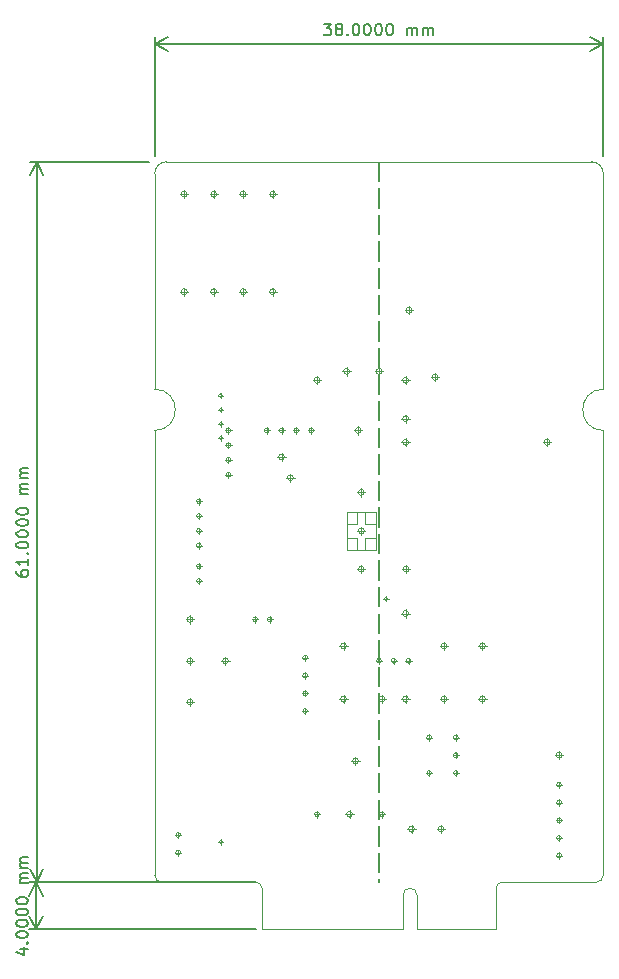
<source format=gbr>
%TF.GenerationSoftware,KiCad,Pcbnew,7.0.6*%
%TF.CreationDate,2023-08-17T07:35:17+09:30*%
%TF.ProjectId,spe-sink,7370652d-7369-46e6-9b2e-6b696361645f,V1.0*%
%TF.SameCoordinates,Original*%
%TF.FileFunction,OtherDrawing,Comment*%
%FSLAX46Y46*%
G04 Gerber Fmt 4.6, Leading zero omitted, Abs format (unit mm)*
G04 Created by KiCad (PCBNEW 7.0.6) date 2023-08-17 07:35:17*
%MOMM*%
%LPD*%
G01*
G04 APERTURE LIST*
%ADD10C,0.150000*%
%ADD11C,0.050000*%
%ADD12C,0.025000*%
%ADD13C,0.050800*%
G04 APERTURE END LIST*
D10*
X119000000Y-39000000D02*
X119000000Y-40650000D01*
X119000000Y-41250000D02*
X119000000Y-42900000D01*
X119000000Y-43500000D02*
X119000000Y-45150000D01*
X119000000Y-45750000D02*
X119000000Y-47400000D01*
X119000000Y-48000000D02*
X119000000Y-49650000D01*
X119000000Y-50250000D02*
X119000000Y-51900000D01*
X119000000Y-52500000D02*
X119000000Y-54150000D01*
X119000000Y-54750000D02*
X119000000Y-56400000D01*
X119000000Y-57000000D02*
X119000000Y-58650000D01*
X119000000Y-59250000D02*
X119000000Y-60900000D01*
X119000000Y-61500000D02*
X119000000Y-63150000D01*
X119000000Y-63750000D02*
X119000000Y-65400000D01*
X119000000Y-66000000D02*
X119000000Y-67650000D01*
X119000000Y-68250000D02*
X119000000Y-69900000D01*
X119000000Y-70500000D02*
X119000000Y-72150000D01*
X119000000Y-72750000D02*
X119000000Y-74400000D01*
X119000000Y-75000000D02*
X119000000Y-76650000D01*
X119000000Y-77250000D02*
X119000000Y-78900000D01*
X119000000Y-79500000D02*
X119000000Y-81150000D01*
X119000000Y-81750000D02*
X119000000Y-83400000D01*
X119000000Y-84000000D02*
X119000000Y-85650000D01*
X119000000Y-86250000D02*
X119000000Y-87900000D01*
X119000000Y-88500000D02*
X119000000Y-90150000D01*
X119000000Y-90750000D02*
X119000000Y-92400000D01*
X119000000Y-93000000D02*
X119000000Y-94650000D01*
X119000000Y-95250000D02*
X119000000Y-96900000D01*
X119000000Y-97500000D02*
X119000000Y-99150000D01*
X119000000Y-99750000D02*
X119000000Y-100000000D01*
X88613387Y-105666666D02*
X89280054Y-105666666D01*
X88232435Y-105904761D02*
X88946720Y-106142856D01*
X88946720Y-106142856D02*
X88946720Y-105523809D01*
X89184815Y-105142856D02*
X89232435Y-105095237D01*
X89232435Y-105095237D02*
X89280054Y-105142856D01*
X89280054Y-105142856D02*
X89232435Y-105190475D01*
X89232435Y-105190475D02*
X89184815Y-105142856D01*
X89184815Y-105142856D02*
X89280054Y-105142856D01*
X88280054Y-104476190D02*
X88280054Y-104380952D01*
X88280054Y-104380952D02*
X88327673Y-104285714D01*
X88327673Y-104285714D02*
X88375292Y-104238095D01*
X88375292Y-104238095D02*
X88470530Y-104190476D01*
X88470530Y-104190476D02*
X88661006Y-104142857D01*
X88661006Y-104142857D02*
X88899101Y-104142857D01*
X88899101Y-104142857D02*
X89089577Y-104190476D01*
X89089577Y-104190476D02*
X89184815Y-104238095D01*
X89184815Y-104238095D02*
X89232435Y-104285714D01*
X89232435Y-104285714D02*
X89280054Y-104380952D01*
X89280054Y-104380952D02*
X89280054Y-104476190D01*
X89280054Y-104476190D02*
X89232435Y-104571428D01*
X89232435Y-104571428D02*
X89184815Y-104619047D01*
X89184815Y-104619047D02*
X89089577Y-104666666D01*
X89089577Y-104666666D02*
X88899101Y-104714285D01*
X88899101Y-104714285D02*
X88661006Y-104714285D01*
X88661006Y-104714285D02*
X88470530Y-104666666D01*
X88470530Y-104666666D02*
X88375292Y-104619047D01*
X88375292Y-104619047D02*
X88327673Y-104571428D01*
X88327673Y-104571428D02*
X88280054Y-104476190D01*
X88280054Y-103523809D02*
X88280054Y-103428571D01*
X88280054Y-103428571D02*
X88327673Y-103333333D01*
X88327673Y-103333333D02*
X88375292Y-103285714D01*
X88375292Y-103285714D02*
X88470530Y-103238095D01*
X88470530Y-103238095D02*
X88661006Y-103190476D01*
X88661006Y-103190476D02*
X88899101Y-103190476D01*
X88899101Y-103190476D02*
X89089577Y-103238095D01*
X89089577Y-103238095D02*
X89184815Y-103285714D01*
X89184815Y-103285714D02*
X89232435Y-103333333D01*
X89232435Y-103333333D02*
X89280054Y-103428571D01*
X89280054Y-103428571D02*
X89280054Y-103523809D01*
X89280054Y-103523809D02*
X89232435Y-103619047D01*
X89232435Y-103619047D02*
X89184815Y-103666666D01*
X89184815Y-103666666D02*
X89089577Y-103714285D01*
X89089577Y-103714285D02*
X88899101Y-103761904D01*
X88899101Y-103761904D02*
X88661006Y-103761904D01*
X88661006Y-103761904D02*
X88470530Y-103714285D01*
X88470530Y-103714285D02*
X88375292Y-103666666D01*
X88375292Y-103666666D02*
X88327673Y-103619047D01*
X88327673Y-103619047D02*
X88280054Y-103523809D01*
X88280054Y-102571428D02*
X88280054Y-102476190D01*
X88280054Y-102476190D02*
X88327673Y-102380952D01*
X88327673Y-102380952D02*
X88375292Y-102333333D01*
X88375292Y-102333333D02*
X88470530Y-102285714D01*
X88470530Y-102285714D02*
X88661006Y-102238095D01*
X88661006Y-102238095D02*
X88899101Y-102238095D01*
X88899101Y-102238095D02*
X89089577Y-102285714D01*
X89089577Y-102285714D02*
X89184815Y-102333333D01*
X89184815Y-102333333D02*
X89232435Y-102380952D01*
X89232435Y-102380952D02*
X89280054Y-102476190D01*
X89280054Y-102476190D02*
X89280054Y-102571428D01*
X89280054Y-102571428D02*
X89232435Y-102666666D01*
X89232435Y-102666666D02*
X89184815Y-102714285D01*
X89184815Y-102714285D02*
X89089577Y-102761904D01*
X89089577Y-102761904D02*
X88899101Y-102809523D01*
X88899101Y-102809523D02*
X88661006Y-102809523D01*
X88661006Y-102809523D02*
X88470530Y-102761904D01*
X88470530Y-102761904D02*
X88375292Y-102714285D01*
X88375292Y-102714285D02*
X88327673Y-102666666D01*
X88327673Y-102666666D02*
X88280054Y-102571428D01*
X88280054Y-101619047D02*
X88280054Y-101523809D01*
X88280054Y-101523809D02*
X88327673Y-101428571D01*
X88327673Y-101428571D02*
X88375292Y-101380952D01*
X88375292Y-101380952D02*
X88470530Y-101333333D01*
X88470530Y-101333333D02*
X88661006Y-101285714D01*
X88661006Y-101285714D02*
X88899101Y-101285714D01*
X88899101Y-101285714D02*
X89089577Y-101333333D01*
X89089577Y-101333333D02*
X89184815Y-101380952D01*
X89184815Y-101380952D02*
X89232435Y-101428571D01*
X89232435Y-101428571D02*
X89280054Y-101523809D01*
X89280054Y-101523809D02*
X89280054Y-101619047D01*
X89280054Y-101619047D02*
X89232435Y-101714285D01*
X89232435Y-101714285D02*
X89184815Y-101761904D01*
X89184815Y-101761904D02*
X89089577Y-101809523D01*
X89089577Y-101809523D02*
X88899101Y-101857142D01*
X88899101Y-101857142D02*
X88661006Y-101857142D01*
X88661006Y-101857142D02*
X88470530Y-101809523D01*
X88470530Y-101809523D02*
X88375292Y-101761904D01*
X88375292Y-101761904D02*
X88327673Y-101714285D01*
X88327673Y-101714285D02*
X88280054Y-101619047D01*
X89280054Y-100095237D02*
X88613387Y-100095237D01*
X88708625Y-100095237D02*
X88661006Y-100047618D01*
X88661006Y-100047618D02*
X88613387Y-99952380D01*
X88613387Y-99952380D02*
X88613387Y-99809523D01*
X88613387Y-99809523D02*
X88661006Y-99714285D01*
X88661006Y-99714285D02*
X88756244Y-99666666D01*
X88756244Y-99666666D02*
X89280054Y-99666666D01*
X88756244Y-99666666D02*
X88661006Y-99619047D01*
X88661006Y-99619047D02*
X88613387Y-99523809D01*
X88613387Y-99523809D02*
X88613387Y-99380952D01*
X88613387Y-99380952D02*
X88661006Y-99285713D01*
X88661006Y-99285713D02*
X88756244Y-99238094D01*
X88756244Y-99238094D02*
X89280054Y-99238094D01*
X89280054Y-98761904D02*
X88613387Y-98761904D01*
X88708625Y-98761904D02*
X88661006Y-98714285D01*
X88661006Y-98714285D02*
X88613387Y-98619047D01*
X88613387Y-98619047D02*
X88613387Y-98476190D01*
X88613387Y-98476190D02*
X88661006Y-98380952D01*
X88661006Y-98380952D02*
X88756244Y-98333333D01*
X88756244Y-98333333D02*
X89280054Y-98333333D01*
X88756244Y-98333333D02*
X88661006Y-98285714D01*
X88661006Y-98285714D02*
X88613387Y-98190476D01*
X88613387Y-98190476D02*
X88613387Y-98047619D01*
X88613387Y-98047619D02*
X88661006Y-97952380D01*
X88661006Y-97952380D02*
X88756244Y-97904761D01*
X88756244Y-97904761D02*
X89280054Y-97904761D01*
X108575000Y-104000000D02*
X89388815Y-104000000D01*
X108575000Y-100000000D02*
X89388815Y-100000000D01*
X89975235Y-104000000D02*
X89975235Y-100000000D01*
X89975235Y-104000000D02*
X89975235Y-100000000D01*
X89975235Y-104000000D02*
X89388814Y-102873496D01*
X89975235Y-104000000D02*
X90561656Y-102873496D01*
X89975235Y-100000000D02*
X90561656Y-101126504D01*
X89975235Y-100000000D02*
X89388814Y-101126504D01*
X88304819Y-73642856D02*
X88304819Y-73833332D01*
X88304819Y-73833332D02*
X88352438Y-73928570D01*
X88352438Y-73928570D02*
X88400057Y-73976189D01*
X88400057Y-73976189D02*
X88542914Y-74071427D01*
X88542914Y-74071427D02*
X88733390Y-74119046D01*
X88733390Y-74119046D02*
X89114342Y-74119046D01*
X89114342Y-74119046D02*
X89209580Y-74071427D01*
X89209580Y-74071427D02*
X89257200Y-74023808D01*
X89257200Y-74023808D02*
X89304819Y-73928570D01*
X89304819Y-73928570D02*
X89304819Y-73738094D01*
X89304819Y-73738094D02*
X89257200Y-73642856D01*
X89257200Y-73642856D02*
X89209580Y-73595237D01*
X89209580Y-73595237D02*
X89114342Y-73547618D01*
X89114342Y-73547618D02*
X88876247Y-73547618D01*
X88876247Y-73547618D02*
X88781009Y-73595237D01*
X88781009Y-73595237D02*
X88733390Y-73642856D01*
X88733390Y-73642856D02*
X88685771Y-73738094D01*
X88685771Y-73738094D02*
X88685771Y-73928570D01*
X88685771Y-73928570D02*
X88733390Y-74023808D01*
X88733390Y-74023808D02*
X88781009Y-74071427D01*
X88781009Y-74071427D02*
X88876247Y-74119046D01*
X89304819Y-72595237D02*
X89304819Y-73166665D01*
X89304819Y-72880951D02*
X88304819Y-72880951D01*
X88304819Y-72880951D02*
X88447676Y-72976189D01*
X88447676Y-72976189D02*
X88542914Y-73071427D01*
X88542914Y-73071427D02*
X88590533Y-73166665D01*
X89209580Y-72166665D02*
X89257200Y-72119046D01*
X89257200Y-72119046D02*
X89304819Y-72166665D01*
X89304819Y-72166665D02*
X89257200Y-72214284D01*
X89257200Y-72214284D02*
X89209580Y-72166665D01*
X89209580Y-72166665D02*
X89304819Y-72166665D01*
X88304819Y-71499999D02*
X88304819Y-71404761D01*
X88304819Y-71404761D02*
X88352438Y-71309523D01*
X88352438Y-71309523D02*
X88400057Y-71261904D01*
X88400057Y-71261904D02*
X88495295Y-71214285D01*
X88495295Y-71214285D02*
X88685771Y-71166666D01*
X88685771Y-71166666D02*
X88923866Y-71166666D01*
X88923866Y-71166666D02*
X89114342Y-71214285D01*
X89114342Y-71214285D02*
X89209580Y-71261904D01*
X89209580Y-71261904D02*
X89257200Y-71309523D01*
X89257200Y-71309523D02*
X89304819Y-71404761D01*
X89304819Y-71404761D02*
X89304819Y-71499999D01*
X89304819Y-71499999D02*
X89257200Y-71595237D01*
X89257200Y-71595237D02*
X89209580Y-71642856D01*
X89209580Y-71642856D02*
X89114342Y-71690475D01*
X89114342Y-71690475D02*
X88923866Y-71738094D01*
X88923866Y-71738094D02*
X88685771Y-71738094D01*
X88685771Y-71738094D02*
X88495295Y-71690475D01*
X88495295Y-71690475D02*
X88400057Y-71642856D01*
X88400057Y-71642856D02*
X88352438Y-71595237D01*
X88352438Y-71595237D02*
X88304819Y-71499999D01*
X88304819Y-70547618D02*
X88304819Y-70452380D01*
X88304819Y-70452380D02*
X88352438Y-70357142D01*
X88352438Y-70357142D02*
X88400057Y-70309523D01*
X88400057Y-70309523D02*
X88495295Y-70261904D01*
X88495295Y-70261904D02*
X88685771Y-70214285D01*
X88685771Y-70214285D02*
X88923866Y-70214285D01*
X88923866Y-70214285D02*
X89114342Y-70261904D01*
X89114342Y-70261904D02*
X89209580Y-70309523D01*
X89209580Y-70309523D02*
X89257200Y-70357142D01*
X89257200Y-70357142D02*
X89304819Y-70452380D01*
X89304819Y-70452380D02*
X89304819Y-70547618D01*
X89304819Y-70547618D02*
X89257200Y-70642856D01*
X89257200Y-70642856D02*
X89209580Y-70690475D01*
X89209580Y-70690475D02*
X89114342Y-70738094D01*
X89114342Y-70738094D02*
X88923866Y-70785713D01*
X88923866Y-70785713D02*
X88685771Y-70785713D01*
X88685771Y-70785713D02*
X88495295Y-70738094D01*
X88495295Y-70738094D02*
X88400057Y-70690475D01*
X88400057Y-70690475D02*
X88352438Y-70642856D01*
X88352438Y-70642856D02*
X88304819Y-70547618D01*
X88304819Y-69595237D02*
X88304819Y-69499999D01*
X88304819Y-69499999D02*
X88352438Y-69404761D01*
X88352438Y-69404761D02*
X88400057Y-69357142D01*
X88400057Y-69357142D02*
X88495295Y-69309523D01*
X88495295Y-69309523D02*
X88685771Y-69261904D01*
X88685771Y-69261904D02*
X88923866Y-69261904D01*
X88923866Y-69261904D02*
X89114342Y-69309523D01*
X89114342Y-69309523D02*
X89209580Y-69357142D01*
X89209580Y-69357142D02*
X89257200Y-69404761D01*
X89257200Y-69404761D02*
X89304819Y-69499999D01*
X89304819Y-69499999D02*
X89304819Y-69595237D01*
X89304819Y-69595237D02*
X89257200Y-69690475D01*
X89257200Y-69690475D02*
X89209580Y-69738094D01*
X89209580Y-69738094D02*
X89114342Y-69785713D01*
X89114342Y-69785713D02*
X88923866Y-69833332D01*
X88923866Y-69833332D02*
X88685771Y-69833332D01*
X88685771Y-69833332D02*
X88495295Y-69785713D01*
X88495295Y-69785713D02*
X88400057Y-69738094D01*
X88400057Y-69738094D02*
X88352438Y-69690475D01*
X88352438Y-69690475D02*
X88304819Y-69595237D01*
X88304819Y-68642856D02*
X88304819Y-68547618D01*
X88304819Y-68547618D02*
X88352438Y-68452380D01*
X88352438Y-68452380D02*
X88400057Y-68404761D01*
X88400057Y-68404761D02*
X88495295Y-68357142D01*
X88495295Y-68357142D02*
X88685771Y-68309523D01*
X88685771Y-68309523D02*
X88923866Y-68309523D01*
X88923866Y-68309523D02*
X89114342Y-68357142D01*
X89114342Y-68357142D02*
X89209580Y-68404761D01*
X89209580Y-68404761D02*
X89257200Y-68452380D01*
X89257200Y-68452380D02*
X89304819Y-68547618D01*
X89304819Y-68547618D02*
X89304819Y-68642856D01*
X89304819Y-68642856D02*
X89257200Y-68738094D01*
X89257200Y-68738094D02*
X89209580Y-68785713D01*
X89209580Y-68785713D02*
X89114342Y-68833332D01*
X89114342Y-68833332D02*
X88923866Y-68880951D01*
X88923866Y-68880951D02*
X88685771Y-68880951D01*
X88685771Y-68880951D02*
X88495295Y-68833332D01*
X88495295Y-68833332D02*
X88400057Y-68785713D01*
X88400057Y-68785713D02*
X88352438Y-68738094D01*
X88352438Y-68738094D02*
X88304819Y-68642856D01*
X89304819Y-67119046D02*
X88638152Y-67119046D01*
X88733390Y-67119046D02*
X88685771Y-67071427D01*
X88685771Y-67071427D02*
X88638152Y-66976189D01*
X88638152Y-66976189D02*
X88638152Y-66833332D01*
X88638152Y-66833332D02*
X88685771Y-66738094D01*
X88685771Y-66738094D02*
X88781009Y-66690475D01*
X88781009Y-66690475D02*
X89304819Y-66690475D01*
X88781009Y-66690475D02*
X88685771Y-66642856D01*
X88685771Y-66642856D02*
X88638152Y-66547618D01*
X88638152Y-66547618D02*
X88638152Y-66404761D01*
X88638152Y-66404761D02*
X88685771Y-66309522D01*
X88685771Y-66309522D02*
X88781009Y-66261903D01*
X88781009Y-66261903D02*
X89304819Y-66261903D01*
X89304819Y-65785713D02*
X88638152Y-65785713D01*
X88733390Y-65785713D02*
X88685771Y-65738094D01*
X88685771Y-65738094D02*
X88638152Y-65642856D01*
X88638152Y-65642856D02*
X88638152Y-65499999D01*
X88638152Y-65499999D02*
X88685771Y-65404761D01*
X88685771Y-65404761D02*
X88781009Y-65357142D01*
X88781009Y-65357142D02*
X89304819Y-65357142D01*
X88781009Y-65357142D02*
X88685771Y-65309523D01*
X88685771Y-65309523D02*
X88638152Y-65214285D01*
X88638152Y-65214285D02*
X88638152Y-65071428D01*
X88638152Y-65071428D02*
X88685771Y-64976189D01*
X88685771Y-64976189D02*
X88781009Y-64928570D01*
X88781009Y-64928570D02*
X89304819Y-64928570D01*
X99500000Y-39000000D02*
X89413580Y-39000000D01*
X99500000Y-100000000D02*
X89413580Y-100000000D01*
X90000000Y-39000000D02*
X90000000Y-100000000D01*
X90000000Y-39000000D02*
X90000000Y-100000000D01*
X90000000Y-39000000D02*
X90586421Y-40126504D01*
X90000000Y-39000000D02*
X89413579Y-40126504D01*
X90000000Y-100000000D02*
X89413579Y-98873496D01*
X90000000Y-100000000D02*
X90586421Y-98873496D01*
X114333334Y-27304819D02*
X114952381Y-27304819D01*
X114952381Y-27304819D02*
X114619048Y-27685771D01*
X114619048Y-27685771D02*
X114761905Y-27685771D01*
X114761905Y-27685771D02*
X114857143Y-27733390D01*
X114857143Y-27733390D02*
X114904762Y-27781009D01*
X114904762Y-27781009D02*
X114952381Y-27876247D01*
X114952381Y-27876247D02*
X114952381Y-28114342D01*
X114952381Y-28114342D02*
X114904762Y-28209580D01*
X114904762Y-28209580D02*
X114857143Y-28257200D01*
X114857143Y-28257200D02*
X114761905Y-28304819D01*
X114761905Y-28304819D02*
X114476191Y-28304819D01*
X114476191Y-28304819D02*
X114380953Y-28257200D01*
X114380953Y-28257200D02*
X114333334Y-28209580D01*
X115523810Y-27733390D02*
X115428572Y-27685771D01*
X115428572Y-27685771D02*
X115380953Y-27638152D01*
X115380953Y-27638152D02*
X115333334Y-27542914D01*
X115333334Y-27542914D02*
X115333334Y-27495295D01*
X115333334Y-27495295D02*
X115380953Y-27400057D01*
X115380953Y-27400057D02*
X115428572Y-27352438D01*
X115428572Y-27352438D02*
X115523810Y-27304819D01*
X115523810Y-27304819D02*
X115714286Y-27304819D01*
X115714286Y-27304819D02*
X115809524Y-27352438D01*
X115809524Y-27352438D02*
X115857143Y-27400057D01*
X115857143Y-27400057D02*
X115904762Y-27495295D01*
X115904762Y-27495295D02*
X115904762Y-27542914D01*
X115904762Y-27542914D02*
X115857143Y-27638152D01*
X115857143Y-27638152D02*
X115809524Y-27685771D01*
X115809524Y-27685771D02*
X115714286Y-27733390D01*
X115714286Y-27733390D02*
X115523810Y-27733390D01*
X115523810Y-27733390D02*
X115428572Y-27781009D01*
X115428572Y-27781009D02*
X115380953Y-27828628D01*
X115380953Y-27828628D02*
X115333334Y-27923866D01*
X115333334Y-27923866D02*
X115333334Y-28114342D01*
X115333334Y-28114342D02*
X115380953Y-28209580D01*
X115380953Y-28209580D02*
X115428572Y-28257200D01*
X115428572Y-28257200D02*
X115523810Y-28304819D01*
X115523810Y-28304819D02*
X115714286Y-28304819D01*
X115714286Y-28304819D02*
X115809524Y-28257200D01*
X115809524Y-28257200D02*
X115857143Y-28209580D01*
X115857143Y-28209580D02*
X115904762Y-28114342D01*
X115904762Y-28114342D02*
X115904762Y-27923866D01*
X115904762Y-27923866D02*
X115857143Y-27828628D01*
X115857143Y-27828628D02*
X115809524Y-27781009D01*
X115809524Y-27781009D02*
X115714286Y-27733390D01*
X116333334Y-28209580D02*
X116380953Y-28257200D01*
X116380953Y-28257200D02*
X116333334Y-28304819D01*
X116333334Y-28304819D02*
X116285715Y-28257200D01*
X116285715Y-28257200D02*
X116333334Y-28209580D01*
X116333334Y-28209580D02*
X116333334Y-28304819D01*
X117000000Y-27304819D02*
X117095238Y-27304819D01*
X117095238Y-27304819D02*
X117190476Y-27352438D01*
X117190476Y-27352438D02*
X117238095Y-27400057D01*
X117238095Y-27400057D02*
X117285714Y-27495295D01*
X117285714Y-27495295D02*
X117333333Y-27685771D01*
X117333333Y-27685771D02*
X117333333Y-27923866D01*
X117333333Y-27923866D02*
X117285714Y-28114342D01*
X117285714Y-28114342D02*
X117238095Y-28209580D01*
X117238095Y-28209580D02*
X117190476Y-28257200D01*
X117190476Y-28257200D02*
X117095238Y-28304819D01*
X117095238Y-28304819D02*
X117000000Y-28304819D01*
X117000000Y-28304819D02*
X116904762Y-28257200D01*
X116904762Y-28257200D02*
X116857143Y-28209580D01*
X116857143Y-28209580D02*
X116809524Y-28114342D01*
X116809524Y-28114342D02*
X116761905Y-27923866D01*
X116761905Y-27923866D02*
X116761905Y-27685771D01*
X116761905Y-27685771D02*
X116809524Y-27495295D01*
X116809524Y-27495295D02*
X116857143Y-27400057D01*
X116857143Y-27400057D02*
X116904762Y-27352438D01*
X116904762Y-27352438D02*
X117000000Y-27304819D01*
X117952381Y-27304819D02*
X118047619Y-27304819D01*
X118047619Y-27304819D02*
X118142857Y-27352438D01*
X118142857Y-27352438D02*
X118190476Y-27400057D01*
X118190476Y-27400057D02*
X118238095Y-27495295D01*
X118238095Y-27495295D02*
X118285714Y-27685771D01*
X118285714Y-27685771D02*
X118285714Y-27923866D01*
X118285714Y-27923866D02*
X118238095Y-28114342D01*
X118238095Y-28114342D02*
X118190476Y-28209580D01*
X118190476Y-28209580D02*
X118142857Y-28257200D01*
X118142857Y-28257200D02*
X118047619Y-28304819D01*
X118047619Y-28304819D02*
X117952381Y-28304819D01*
X117952381Y-28304819D02*
X117857143Y-28257200D01*
X117857143Y-28257200D02*
X117809524Y-28209580D01*
X117809524Y-28209580D02*
X117761905Y-28114342D01*
X117761905Y-28114342D02*
X117714286Y-27923866D01*
X117714286Y-27923866D02*
X117714286Y-27685771D01*
X117714286Y-27685771D02*
X117761905Y-27495295D01*
X117761905Y-27495295D02*
X117809524Y-27400057D01*
X117809524Y-27400057D02*
X117857143Y-27352438D01*
X117857143Y-27352438D02*
X117952381Y-27304819D01*
X118904762Y-27304819D02*
X119000000Y-27304819D01*
X119000000Y-27304819D02*
X119095238Y-27352438D01*
X119095238Y-27352438D02*
X119142857Y-27400057D01*
X119142857Y-27400057D02*
X119190476Y-27495295D01*
X119190476Y-27495295D02*
X119238095Y-27685771D01*
X119238095Y-27685771D02*
X119238095Y-27923866D01*
X119238095Y-27923866D02*
X119190476Y-28114342D01*
X119190476Y-28114342D02*
X119142857Y-28209580D01*
X119142857Y-28209580D02*
X119095238Y-28257200D01*
X119095238Y-28257200D02*
X119000000Y-28304819D01*
X119000000Y-28304819D02*
X118904762Y-28304819D01*
X118904762Y-28304819D02*
X118809524Y-28257200D01*
X118809524Y-28257200D02*
X118761905Y-28209580D01*
X118761905Y-28209580D02*
X118714286Y-28114342D01*
X118714286Y-28114342D02*
X118666667Y-27923866D01*
X118666667Y-27923866D02*
X118666667Y-27685771D01*
X118666667Y-27685771D02*
X118714286Y-27495295D01*
X118714286Y-27495295D02*
X118761905Y-27400057D01*
X118761905Y-27400057D02*
X118809524Y-27352438D01*
X118809524Y-27352438D02*
X118904762Y-27304819D01*
X119857143Y-27304819D02*
X119952381Y-27304819D01*
X119952381Y-27304819D02*
X120047619Y-27352438D01*
X120047619Y-27352438D02*
X120095238Y-27400057D01*
X120095238Y-27400057D02*
X120142857Y-27495295D01*
X120142857Y-27495295D02*
X120190476Y-27685771D01*
X120190476Y-27685771D02*
X120190476Y-27923866D01*
X120190476Y-27923866D02*
X120142857Y-28114342D01*
X120142857Y-28114342D02*
X120095238Y-28209580D01*
X120095238Y-28209580D02*
X120047619Y-28257200D01*
X120047619Y-28257200D02*
X119952381Y-28304819D01*
X119952381Y-28304819D02*
X119857143Y-28304819D01*
X119857143Y-28304819D02*
X119761905Y-28257200D01*
X119761905Y-28257200D02*
X119714286Y-28209580D01*
X119714286Y-28209580D02*
X119666667Y-28114342D01*
X119666667Y-28114342D02*
X119619048Y-27923866D01*
X119619048Y-27923866D02*
X119619048Y-27685771D01*
X119619048Y-27685771D02*
X119666667Y-27495295D01*
X119666667Y-27495295D02*
X119714286Y-27400057D01*
X119714286Y-27400057D02*
X119761905Y-27352438D01*
X119761905Y-27352438D02*
X119857143Y-27304819D01*
X121380953Y-28304819D02*
X121380953Y-27638152D01*
X121380953Y-27733390D02*
X121428572Y-27685771D01*
X121428572Y-27685771D02*
X121523810Y-27638152D01*
X121523810Y-27638152D02*
X121666667Y-27638152D01*
X121666667Y-27638152D02*
X121761905Y-27685771D01*
X121761905Y-27685771D02*
X121809524Y-27781009D01*
X121809524Y-27781009D02*
X121809524Y-28304819D01*
X121809524Y-27781009D02*
X121857143Y-27685771D01*
X121857143Y-27685771D02*
X121952381Y-27638152D01*
X121952381Y-27638152D02*
X122095238Y-27638152D01*
X122095238Y-27638152D02*
X122190477Y-27685771D01*
X122190477Y-27685771D02*
X122238096Y-27781009D01*
X122238096Y-27781009D02*
X122238096Y-28304819D01*
X122714286Y-28304819D02*
X122714286Y-27638152D01*
X122714286Y-27733390D02*
X122761905Y-27685771D01*
X122761905Y-27685771D02*
X122857143Y-27638152D01*
X122857143Y-27638152D02*
X123000000Y-27638152D01*
X123000000Y-27638152D02*
X123095238Y-27685771D01*
X123095238Y-27685771D02*
X123142857Y-27781009D01*
X123142857Y-27781009D02*
X123142857Y-28304819D01*
X123142857Y-27781009D02*
X123190476Y-27685771D01*
X123190476Y-27685771D02*
X123285714Y-27638152D01*
X123285714Y-27638152D02*
X123428571Y-27638152D01*
X123428571Y-27638152D02*
X123523810Y-27685771D01*
X123523810Y-27685771D02*
X123571429Y-27781009D01*
X123571429Y-27781009D02*
X123571429Y-28304819D01*
X100000000Y-38500000D02*
X100000000Y-28413580D01*
X138000000Y-38500000D02*
X138000000Y-28413580D01*
X100000000Y-29000000D02*
X138000000Y-29000000D01*
X100000000Y-29000000D02*
X138000000Y-29000000D01*
X100000000Y-29000000D02*
X101126504Y-28413579D01*
X100000000Y-29000000D02*
X101126504Y-29586421D01*
X138000000Y-29000000D02*
X136873496Y-29586421D01*
X138000000Y-29000000D02*
X136873496Y-28413579D01*
D11*
%TO.C,R26*%
X121600000Y-57500000D02*
X120900000Y-57500000D01*
X121250000Y-57850000D02*
X121250000Y-57150000D01*
X121500000Y-57500000D02*
G75*
G03*
X121500000Y-57500000I-250000J0D01*
G01*
%TO.C,R21*%
X105350000Y-50000000D02*
X104650000Y-50000000D01*
X105000000Y-50350000D02*
X105000000Y-49650000D01*
X105250000Y-50000000D02*
G75*
G03*
X105250000Y-50000000I-250000J0D01*
G01*
%TO.C,R16*%
X107850000Y-50000000D02*
X107150000Y-50000000D01*
X107500000Y-50350000D02*
X107500000Y-49650000D01*
X107750000Y-50000000D02*
G75*
G03*
X107750000Y-50000000I-250000J0D01*
G01*
%TO.C,Q1*%
X116000000Y-84850000D02*
X116000000Y-84150000D01*
X115650000Y-84500000D02*
X116350000Y-84500000D01*
X116250000Y-84500000D02*
G75*
G03*
X116250000Y-84500000I-250000J0D01*
G01*
%TO.C,R6*%
X112750000Y-85770000D02*
X112750000Y-85230000D01*
X112480000Y-85500000D02*
X113020000Y-85500000D01*
X112952500Y-85500000D02*
G75*
G03*
X112952500Y-85500000I-202500J0D01*
G01*
%TO.C,R30*%
X134250000Y-94480000D02*
X134250000Y-95020000D01*
X134520000Y-94750000D02*
X133980000Y-94750000D01*
X134452500Y-94750000D02*
G75*
G03*
X134452500Y-94750000I-202500J0D01*
G01*
%TO.C,R18*%
X112245000Y-61750000D02*
X111705000Y-61750000D01*
X111975000Y-62020000D02*
X111975000Y-61480000D01*
X112177500Y-61750000D02*
G75*
G03*
X112177500Y-61750000I-202500J0D01*
G01*
%TO.C,C7*%
X106250000Y-65770000D02*
X106250000Y-65230000D01*
X105980000Y-65500000D02*
X106520000Y-65500000D01*
X106452500Y-65500000D02*
G75*
G03*
X106452500Y-65500000I-202500J0D01*
G01*
%TO.C,R8*%
X119600000Y-84500000D02*
X118900000Y-84500000D01*
X119250000Y-84850000D02*
X119250000Y-84150000D01*
X119500000Y-84500000D02*
G75*
G03*
X119500000Y-84500000I-250000J0D01*
G01*
%TO.C,R14*%
X103750000Y-72980000D02*
X103750000Y-73520000D01*
X104020000Y-73250000D02*
X103480000Y-73250000D01*
X103952500Y-73250000D02*
G75*
G03*
X103952500Y-73250000I-202500J0D01*
G01*
%TO.C,U5*%
X116150000Y-94250000D02*
X116850000Y-94250000D01*
X116500000Y-93900000D02*
X116500000Y-94600000D01*
X116750000Y-94250000D02*
G75*
G03*
X116750000Y-94250000I-250000J0D01*
G01*
%TO.C,C6*%
X106250000Y-64520000D02*
X106250000Y-63980000D01*
X105980000Y-64250000D02*
X106520000Y-64250000D01*
X106452500Y-64250000D02*
G75*
G03*
X106452500Y-64250000I-202500J0D01*
G01*
%TO.C,C16*%
X103750000Y-69270000D02*
X103750000Y-68730000D01*
X103480000Y-69000000D02*
X104020000Y-69000000D01*
X103952500Y-69000000D02*
G75*
G03*
X103952500Y-69000000I-202500J0D01*
G01*
%TO.C,R23*%
X111500000Y-66100000D02*
X111500000Y-65400000D01*
X111150000Y-65750000D02*
X111850000Y-65750000D01*
X111750000Y-65750000D02*
G75*
G03*
X111750000Y-65750000I-250000J0D01*
G01*
%TO.C,C24*%
X121250000Y-61100000D02*
X121250000Y-60400000D01*
X120900000Y-60750000D02*
X121600000Y-60750000D01*
X121500000Y-60750000D02*
G75*
G03*
X121500000Y-60750000I-250000J0D01*
G01*
%TO.C,R3*%
X112750000Y-82770000D02*
X112750000Y-82230000D01*
X112480000Y-82500000D02*
X113020000Y-82500000D01*
X112952500Y-82500000D02*
G75*
G03*
X112952500Y-82500000I-202500J0D01*
G01*
%TO.C,R2*%
X120520000Y-81250000D02*
X119980000Y-81250000D01*
X120250000Y-81520000D02*
X120250000Y-80980000D01*
X120452500Y-81250000D02*
G75*
G03*
X120452500Y-81250000I-202500J0D01*
G01*
%TO.C,C12*%
X106250000Y-62020000D02*
X106250000Y-61480000D01*
X105980000Y-61750000D02*
X106520000Y-61750000D01*
X106452500Y-61750000D02*
G75*
G03*
X106452500Y-61750000I-202500J0D01*
G01*
%TO.C,C11*%
X117500000Y-66650000D02*
X117500000Y-67350000D01*
X117850000Y-67000000D02*
X117150000Y-67000000D01*
X117750000Y-67000000D02*
G75*
G03*
X117750000Y-67000000I-250000J0D01*
G01*
%TO.C,U2*%
X116000000Y-79650000D02*
X116000000Y-80350000D01*
X116350000Y-80000000D02*
X115650000Y-80000000D01*
X116250000Y-80000000D02*
G75*
G03*
X116250000Y-80000000I-250000J0D01*
G01*
%TO.C,R34*%
X125500000Y-91020000D02*
X125500000Y-90480000D01*
X125230000Y-90750000D02*
X125770000Y-90750000D01*
X125702500Y-90750000D02*
G75*
G03*
X125702500Y-90750000I-202500J0D01*
G01*
%TO.C,R7*%
X120900000Y-84500000D02*
X121600000Y-84500000D01*
X121250000Y-84150000D02*
X121250000Y-84850000D01*
X121500000Y-84500000D02*
G75*
G03*
X121500000Y-84500000I-250000J0D01*
G01*
%TO.C,C1*%
X127400000Y-80000000D02*
X128100000Y-80000000D01*
X127750000Y-79650000D02*
X127750000Y-80350000D01*
X128000000Y-80000000D02*
G75*
G03*
X128000000Y-80000000I-250000J0D01*
G01*
%TO.C,U6*%
X102650000Y-81250000D02*
X103350000Y-81250000D01*
X103000000Y-80900000D02*
X103000000Y-81600000D01*
X103250000Y-81250000D02*
G75*
G03*
X103250000Y-81250000I-250000J0D01*
G01*
%TO.C,R12*%
X102000000Y-95730000D02*
X102000000Y-96270000D01*
X102270000Y-96000000D02*
X101730000Y-96000000D01*
X102202500Y-96000000D02*
G75*
G03*
X102202500Y-96000000I-202500J0D01*
G01*
%TO.C,C14*%
X110020000Y-77750000D02*
X109480000Y-77750000D01*
X109750000Y-78020000D02*
X109750000Y-77480000D01*
X109952500Y-77750000D02*
G75*
G03*
X109952500Y-77750000I-202500J0D01*
G01*
%TO.C,J1*%
X121540000Y-51930000D02*
X121540000Y-51230000D01*
X121190000Y-51580000D02*
X121890000Y-51580000D01*
X121790000Y-51580000D02*
G75*
G03*
X121790000Y-51580000I-250000J0D01*
G01*
%TO.C,C4*%
X134250000Y-91480000D02*
X134250000Y-92020000D01*
X134520000Y-91750000D02*
X133980000Y-91750000D01*
X134452500Y-91750000D02*
G75*
G03*
X134452500Y-91750000I-202500J0D01*
G01*
%TO.C,C13*%
X106250000Y-63270000D02*
X106250000Y-62730000D01*
X105980000Y-63000000D02*
X106520000Y-63000000D01*
X106452500Y-63000000D02*
G75*
G03*
X106452500Y-63000000I-202500J0D01*
G01*
%TO.C,R27*%
X117000000Y-90100000D02*
X117000000Y-89400000D01*
X116650000Y-89750000D02*
X117350000Y-89750000D01*
X117250000Y-89750000D02*
G75*
G03*
X117250000Y-89750000I-250000J0D01*
G01*
%TO.C,C18*%
X103000000Y-84400000D02*
X103000000Y-85100000D01*
X103350000Y-84750000D02*
X102650000Y-84750000D01*
X103250000Y-84750000D02*
G75*
G03*
X103250000Y-84750000I-250000J0D01*
G01*
%TO.C,R4*%
X112750000Y-81270000D02*
X112750000Y-80730000D01*
X112480000Y-81000000D02*
X113020000Y-81000000D01*
X112952500Y-81000000D02*
G75*
G03*
X112952500Y-81000000I-202500J0D01*
G01*
%TO.C,C15*%
X108770000Y-77750000D02*
X108230000Y-77750000D01*
X108500000Y-78020000D02*
X108500000Y-77480000D01*
X108702500Y-77750000D02*
G75*
G03*
X108702500Y-77750000I-202500J0D01*
G01*
%TO.C,R20*%
X110750000Y-64350000D02*
X110750000Y-63650000D01*
X110400000Y-64000000D02*
X111100000Y-64000000D01*
X111000000Y-64000000D02*
G75*
G03*
X111000000Y-64000000I-250000J0D01*
G01*
%TO.C,C29*%
X118650000Y-56750000D02*
X119350000Y-56750000D01*
X119000000Y-56400000D02*
X119000000Y-57100000D01*
X119250000Y-56750000D02*
G75*
G03*
X119250000Y-56750000I-250000J0D01*
G01*
%TO.C,D7*%
X117250000Y-61400000D02*
X117250000Y-62100000D01*
X117600000Y-61750000D02*
X116900000Y-61750000D01*
X117500000Y-61750000D02*
G75*
G03*
X117500000Y-61750000I-250000J0D01*
G01*
%TO.C,R28*%
X109650000Y-50000000D02*
X110350000Y-50000000D01*
X110000000Y-49650000D02*
X110000000Y-50350000D01*
X110250000Y-50000000D02*
G75*
G03*
X110250000Y-50000000I-250000J0D01*
G01*
%TO.C,C32*%
X123250000Y-90480000D02*
X123250000Y-91020000D01*
X123520000Y-90750000D02*
X122980000Y-90750000D01*
X123452500Y-90750000D02*
G75*
G03*
X123452500Y-90750000I-202500J0D01*
G01*
%TO.C,R29*%
X114100000Y-57500000D02*
X113400000Y-57500000D01*
X113750000Y-57850000D02*
X113750000Y-57150000D01*
X114000000Y-57500000D02*
G75*
G03*
X114000000Y-57500000I-250000J0D01*
G01*
D12*
%TO.C,X1*%
X118750000Y-68650000D02*
X118750000Y-69650000D01*
X118750000Y-68650000D02*
X118750000Y-71850000D01*
X117850000Y-68650000D02*
X118750000Y-68650000D01*
X117150000Y-68650000D02*
X117150000Y-69650000D01*
X116250000Y-68650000D02*
X118750000Y-68650000D01*
X116250000Y-68650000D02*
X117150000Y-68650000D01*
X118750000Y-69650000D02*
X117850000Y-69650000D01*
X117850000Y-69650000D02*
X117850000Y-68650000D01*
X117150000Y-69650000D02*
X116250000Y-69650000D01*
X116250000Y-69650000D02*
X116250000Y-68650000D01*
D11*
X117500000Y-69900000D02*
X117500000Y-70600000D01*
X117850000Y-70250000D02*
X117150000Y-70250000D01*
D12*
X118750000Y-70850000D02*
X118750000Y-71850000D01*
X117850000Y-70850000D02*
X118750000Y-70850000D01*
X117150000Y-70850000D02*
X117150000Y-71850000D01*
X116250000Y-70850000D02*
X117150000Y-70850000D01*
X118750000Y-71850000D02*
X117850000Y-71850000D01*
X118750000Y-71850000D02*
X116250000Y-71850000D01*
X117850000Y-71850000D02*
X117850000Y-70850000D01*
X117150000Y-71850000D02*
X116250000Y-71850000D01*
X116250000Y-71850000D02*
X116250000Y-68650000D01*
X116250000Y-71850000D02*
X116250000Y-70850000D01*
D11*
X117750000Y-70250000D02*
G75*
G03*
X117750000Y-70250000I-250000J0D01*
G01*
%TO.C,R5*%
X112750000Y-83730000D02*
X112750000Y-84270000D01*
X113020000Y-84000000D02*
X112480000Y-84000000D01*
X112952500Y-84000000D02*
G75*
G03*
X112952500Y-84000000I-202500J0D01*
G01*
%TO.C,U1*%
X124500000Y-80350000D02*
X124500000Y-79650000D01*
X124150000Y-80000000D02*
X124850000Y-80000000D01*
X124750000Y-80000000D02*
G75*
G03*
X124750000Y-80000000I-250000J0D01*
G01*
%TO.C,R25*%
X111020000Y-61750000D02*
X110480000Y-61750000D01*
X110750000Y-62020000D02*
X110750000Y-61480000D01*
X110952500Y-61750000D02*
G75*
G03*
X110952500Y-61750000I-202500J0D01*
G01*
%TO.C,C17*%
X103750000Y-68020000D02*
X103750000Y-67480000D01*
X103480000Y-67750000D02*
X104020000Y-67750000D01*
X103952500Y-67750000D02*
G75*
G03*
X103952500Y-67750000I-202500J0D01*
G01*
%TO.C,C22*%
X121250000Y-63100000D02*
X121250000Y-62400000D01*
X120900000Y-62750000D02*
X121600000Y-62750000D01*
X121500000Y-62750000D02*
G75*
G03*
X121500000Y-62750000I-250000J0D01*
G01*
%TO.C,R32*%
X125500000Y-89520000D02*
X125500000Y-88980000D01*
X125230000Y-89250000D02*
X125770000Y-89250000D01*
X125702500Y-89250000D02*
G75*
G03*
X125702500Y-89250000I-202500J0D01*
G01*
%TO.C,C27*%
X134250000Y-97480000D02*
X134250000Y-98020000D01*
X134520000Y-97750000D02*
X133980000Y-97750000D01*
X134452500Y-97750000D02*
G75*
G03*
X134452500Y-97750000I-202500J0D01*
G01*
%TO.C,D5*%
X110350000Y-41750000D02*
X109650000Y-41750000D01*
X110000000Y-42100000D02*
X110000000Y-41400000D01*
X110250000Y-41750000D02*
G75*
G03*
X110250000Y-41750000I-250000J0D01*
G01*
%TO.C,R15*%
X121650000Y-73500000D02*
X120950000Y-73500000D01*
X121300000Y-73850000D02*
X121300000Y-73150000D01*
X121550000Y-73500000D02*
G75*
G03*
X121550000Y-73500000I-250000J0D01*
G01*
D13*
%TO.C,X2*%
X100000000Y-40000000D02*
X100000000Y-58250000D01*
X100000000Y-61750000D02*
X100000000Y-99400000D01*
X108600000Y-100000000D02*
X100599999Y-100000001D01*
X109075000Y-104000000D02*
X109075000Y-100500000D01*
X121025000Y-101100000D02*
X121025000Y-104000000D01*
X121025000Y-104000000D02*
X109075000Y-104000000D01*
X122225000Y-101100000D02*
X122225000Y-104000000D01*
X128925000Y-100500000D02*
X128925000Y-104000000D01*
X128925000Y-104000000D02*
X122225000Y-104000000D01*
X137000000Y-39000000D02*
X101000000Y-39000000D01*
X137400001Y-99999999D02*
X129400000Y-100000000D01*
D11*
X138000000Y-40000000D02*
X138000000Y-58250000D01*
X138000000Y-61750000D02*
X138000000Y-99400000D01*
X101000000Y-39000001D02*
G75*
G03*
X100000001Y-40000000I25000J-1024999D01*
G01*
D13*
X100000000Y-61750000D02*
G75*
G03*
X100000000Y-58250000I0J1750000D01*
G01*
X100000000Y-61750000D02*
G75*
G03*
X100000000Y-58250000I0J1750000D01*
G01*
D11*
X100000000Y-99400000D02*
G75*
G03*
X100599999Y-100000001I617325J17324D01*
G01*
D13*
X109074999Y-100500000D02*
G75*
G03*
X108600000Y-100000000I-516030J-14604D01*
G01*
X122225000Y-101100000D02*
G75*
G03*
X121025000Y-101100000I-600000J0D01*
G01*
X129400000Y-100000002D02*
G75*
G03*
X128925001Y-100500000I35520J-509368D01*
G01*
D11*
X137999999Y-40000000D02*
G75*
G03*
X137000000Y-39000001I-1024999J-25000D01*
G01*
D13*
X138000000Y-58250000D02*
G75*
G03*
X138000000Y-61750000I0J-1750000D01*
G01*
X138000000Y-58250000D02*
G75*
G03*
X138000000Y-61750000I0J-1750000D01*
G01*
D11*
X137400001Y-100000000D02*
G75*
G03*
X138000000Y-99400000I-17301J617300D01*
G01*
%TO.C,C31*%
X133900000Y-89250000D02*
X134600000Y-89250000D01*
X134250000Y-88900000D02*
X134250000Y-89600000D01*
X134500000Y-89250000D02*
G75*
G03*
X134500000Y-89250000I-250000J0D01*
G01*
%TO.C,C23*%
X133225000Y-62400000D02*
X133225000Y-63100000D01*
X133575000Y-62750000D02*
X132875000Y-62750000D01*
X133475000Y-62750000D02*
G75*
G03*
X133475000Y-62750000I-250000J0D01*
G01*
%TO.C,C2*%
X121600000Y-77250000D02*
X120900000Y-77250000D01*
X121250000Y-77600000D02*
X121250000Y-76900000D01*
X121500000Y-77250000D02*
G75*
G03*
X121500000Y-77250000I-250000J0D01*
G01*
%TO.C,C25*%
X123400000Y-57250000D02*
X124100000Y-57250000D01*
X123750000Y-56900000D02*
X123750000Y-57600000D01*
X124000000Y-57250000D02*
G75*
G03*
X124000000Y-57250000I-250000J0D01*
G01*
%TO.C,D2*%
X102850000Y-41750000D02*
X102150000Y-41750000D01*
X102500000Y-42100000D02*
X102500000Y-41400000D01*
X102750000Y-41750000D02*
G75*
G03*
X102750000Y-41750000I-250000J0D01*
G01*
%TO.C,D3*%
X105350000Y-41750000D02*
X104650000Y-41750000D01*
X105000000Y-42100000D02*
X105000000Y-41400000D01*
X105250000Y-41750000D02*
G75*
G03*
X105250000Y-41750000I-250000J0D01*
G01*
%TO.C,C30*%
X116600000Y-56750000D02*
X115900000Y-56750000D01*
X116250000Y-57100000D02*
X116250000Y-56400000D01*
X116500000Y-56750000D02*
G75*
G03*
X116500000Y-56750000I-250000J0D01*
G01*
%TO.C,C28*%
X119520000Y-94250000D02*
X118980000Y-94250000D01*
X119250000Y-94520000D02*
X119250000Y-93980000D01*
X119452500Y-94250000D02*
G75*
G03*
X119452500Y-94250000I-202500J0D01*
G01*
%TO.C,R36*%
X123250000Y-88020000D02*
X123250000Y-87480000D01*
X122980000Y-87750000D02*
X123520000Y-87750000D01*
X123452500Y-87750000D02*
G75*
G03*
X123452500Y-87750000I-202500J0D01*
G01*
%TO.C,R35*%
X125500000Y-88020000D02*
X125500000Y-87480000D01*
X125230000Y-87750000D02*
X125770000Y-87750000D01*
X125702500Y-87750000D02*
G75*
G03*
X125702500Y-87750000I-202500J0D01*
G01*
%TO.C,R10*%
X103750000Y-74230000D02*
X103750000Y-74770000D01*
X104020000Y-74500000D02*
X103480000Y-74500000D01*
X103952500Y-74500000D02*
G75*
G03*
X103952500Y-74500000I-202500J0D01*
G01*
%TO.C,U3*%
X124500000Y-84850000D02*
X124500000Y-84150000D01*
X124150000Y-84500000D02*
X124850000Y-84500000D01*
X124750000Y-84500000D02*
G75*
G03*
X124750000Y-84500000I-250000J0D01*
G01*
%TO.C,C8*%
X103750000Y-71770000D02*
X103750000Y-71230000D01*
X103480000Y-71500000D02*
X104020000Y-71500000D01*
X103952500Y-71500000D02*
G75*
G03*
X103952500Y-71500000I-202500J0D01*
G01*
%TO.C,C3*%
X119270000Y-81250000D02*
X118730000Y-81250000D01*
X119000000Y-81520000D02*
X119000000Y-80980000D01*
X119202500Y-81250000D02*
G75*
G03*
X119202500Y-81250000I-202500J0D01*
G01*
%TO.C,R24*%
X109770000Y-61750000D02*
X109230000Y-61750000D01*
X109500000Y-62020000D02*
X109500000Y-61480000D01*
X109702500Y-61750000D02*
G75*
G03*
X109702500Y-61750000I-202500J0D01*
G01*
%TO.C,C20*%
X102000000Y-97770000D02*
X102000000Y-97230000D01*
X101730000Y-97500000D02*
X102270000Y-97500000D01*
X102202500Y-97500000D02*
G75*
G03*
X102202500Y-97500000I-202500J0D01*
G01*
%TO.C,C19*%
X113480000Y-94250000D02*
X114020000Y-94250000D01*
X113750000Y-93980000D02*
X113750000Y-94520000D01*
X113952500Y-94250000D02*
G75*
G03*
X113952500Y-94250000I-202500J0D01*
G01*
%TO.C,R33*%
X134250000Y-96520000D02*
X134250000Y-95980000D01*
X133980000Y-96250000D02*
X134520000Y-96250000D01*
X134452500Y-96250000D02*
G75*
G03*
X134452500Y-96250000I-202500J0D01*
G01*
%TO.C,R17*%
X102850000Y-50000000D02*
X102150000Y-50000000D01*
X102500000Y-50350000D02*
X102500000Y-49650000D01*
X102750000Y-50000000D02*
G75*
G03*
X102750000Y-50000000I-250000J0D01*
G01*
%TO.C,D1*%
X107850000Y-41750000D02*
X107150000Y-41750000D01*
X107500000Y-42100000D02*
X107500000Y-41400000D01*
X107750000Y-41750000D02*
G75*
G03*
X107750000Y-41750000I-250000J0D01*
G01*
%TO.C,C26*%
X124600000Y-95500000D02*
X123900000Y-95500000D01*
X124250000Y-95850000D02*
X124250000Y-95150000D01*
X124500000Y-95500000D02*
G75*
G03*
X124500000Y-95500000I-250000J0D01*
G01*
%TO.C,C9*%
X103750000Y-70520000D02*
X103750000Y-69980000D01*
X103480000Y-70250000D02*
X104020000Y-70250000D01*
X103952500Y-70250000D02*
G75*
G03*
X103952500Y-70250000I-202500J0D01*
G01*
%TO.C,R11*%
X106350000Y-81250000D02*
X105650000Y-81250000D01*
X106000000Y-81600000D02*
X106000000Y-80900000D01*
X106250000Y-81250000D02*
G75*
G03*
X106250000Y-81250000I-250000J0D01*
G01*
%TO.C,C21*%
X103000000Y-77400000D02*
X103000000Y-78100000D01*
X103350000Y-77750000D02*
X102650000Y-77750000D01*
X103250000Y-77750000D02*
G75*
G03*
X103250000Y-77750000I-250000J0D01*
G01*
%TO.C,R9*%
X128100000Y-84500000D02*
X127400000Y-84500000D01*
X127750000Y-84850000D02*
X127750000Y-84150000D01*
X128000000Y-84500000D02*
G75*
G03*
X128000000Y-84500000I-250000J0D01*
G01*
%TO.C,C10*%
X117500000Y-73850000D02*
X117500000Y-73150000D01*
X117150000Y-73500000D02*
X117850000Y-73500000D01*
X117750000Y-73500000D02*
G75*
G03*
X117750000Y-73500000I-250000J0D01*
G01*
%TO.C,R1*%
X121230000Y-81250000D02*
X121770000Y-81250000D01*
X121500000Y-80980000D02*
X121500000Y-81520000D01*
X121702500Y-81250000D02*
G75*
G03*
X121702500Y-81250000I-202500J0D01*
G01*
%TO.C,C5*%
X122100000Y-95500000D02*
X121400000Y-95500000D01*
X121750000Y-95850000D02*
X121750000Y-95150000D01*
X122000000Y-95500000D02*
G75*
G03*
X122000000Y-95500000I-250000J0D01*
G01*
%TO.C,R22*%
X113520000Y-61750000D02*
X112980000Y-61750000D01*
X113250000Y-62020000D02*
X113250000Y-61480000D01*
X113452500Y-61750000D02*
G75*
G03*
X113452500Y-61750000I-202500J0D01*
G01*
%TO.C,R31*%
X134250000Y-92980000D02*
X134250000Y-93520000D01*
X134520000Y-93250000D02*
X133980000Y-93250000D01*
X134452500Y-93250000D02*
G75*
G03*
X134452500Y-93250000I-202500J0D01*
G01*
%TO.C,SL4*%
X119600000Y-76225000D02*
X119600000Y-75775000D01*
X119825000Y-76000000D02*
X119375000Y-76000000D01*
X119768800Y-76000000D02*
G75*
G03*
X119768800Y-76000000I-168800J0D01*
G01*
%TO.C,SL2*%
X105600000Y-96375000D02*
X105600000Y-96825000D01*
X105375000Y-96600000D02*
X105825000Y-96600000D01*
X105768800Y-96600000D02*
G75*
G03*
X105768800Y-96600000I-168800J0D01*
G01*
%TO.C,SL3*%
X105600000Y-59025000D02*
X105600000Y-58575000D01*
X105825000Y-58800000D02*
X105375000Y-58800000D01*
X105768800Y-58800000D02*
G75*
G03*
X105768800Y-58800000I-168800J0D01*
G01*
%TO.C,SL7*%
X105600000Y-61425000D02*
X105600000Y-60975000D01*
X105825000Y-61200000D02*
X105375000Y-61200000D01*
X105768800Y-61200000D02*
G75*
G03*
X105768800Y-61200000I-168800J0D01*
G01*
%TO.C,SL5*%
X105600000Y-62625000D02*
X105600000Y-62175000D01*
X105825000Y-62400000D02*
X105375000Y-62400000D01*
X105768800Y-62400000D02*
G75*
G03*
X105768800Y-62400000I-168800J0D01*
G01*
%TO.C,SL6*%
X105600000Y-60225000D02*
X105600000Y-59775000D01*
X105825000Y-60000000D02*
X105375000Y-60000000D01*
X105768800Y-60000000D02*
G75*
G03*
X105768800Y-60000000I-168800J0D01*
G01*
%TD*%
M02*

</source>
